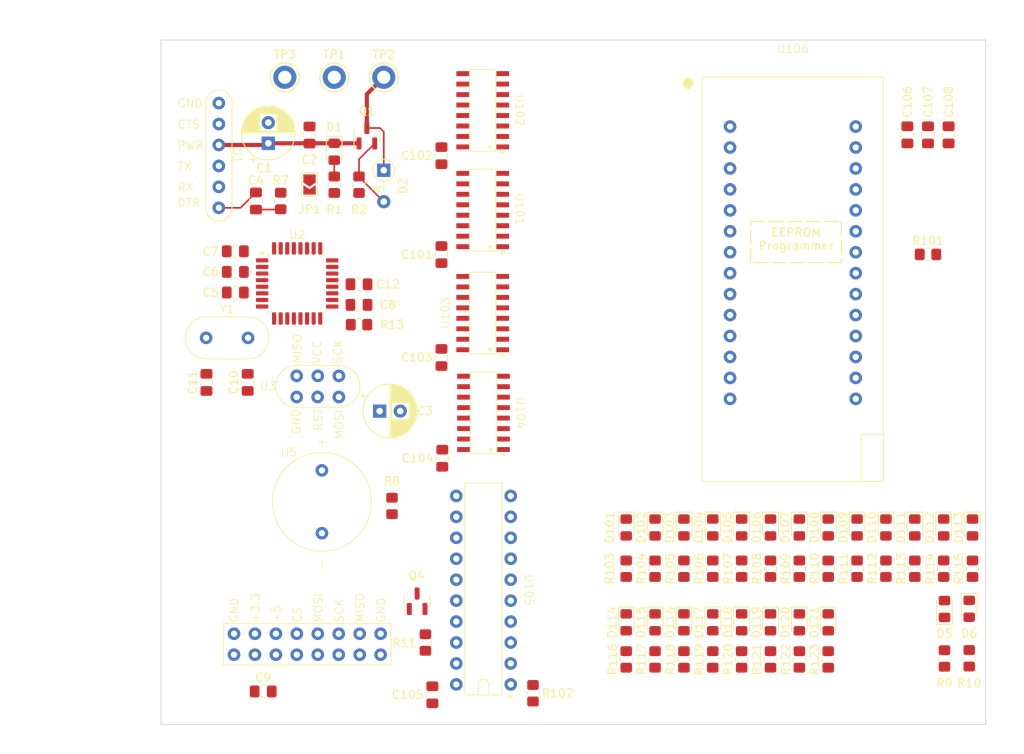
<source format=kicad_pcb>
(kicad_pcb (version 20221018) (generator pcbnew)
  (layers (0 "F.Cu" signal) (1 "In1.Cu" signal) (2 "In2.Cu" signal) (31 "B.Cu" signal) (34 "B.Paste" user) (35 "F.Paste" user) (36 "B.SilkS" user "B.Silkscreen") (37 "F.SilkS" user "F.Silkscreen") (38 "B.Mask" user) (39 "F.Mask" user) (44 "Edge.Cuts" user))
  (net 0 "")
  (net 1 "/POLARITY_PROTECTION")
  (net 2 "/DTR")
  (net 3 "/RESET")
  (net 4 "+5V")
  (net 5 "/XTAL2")
  (net 6 "/XTAL1")
  (net 7 "Net-(U2-AREF)")
  (net 8 "Net-(D1-A)")
  (net 9 "/VGS")
  (net 10 "/SELECT_GND")
  (net 11 "Net-(D5-A)")
  (net 12 "Net-(D6-A)")
  (net 13 "Net-(D101-A)")
  (net 14 "Net-(D102-A)")
  (net 15 "Net-(D103-A)")
  (net 16 "Net-(D104-A)")
  (net 17 "Net-(D105-A)")
  (net 18 "Net-(D106-A)")
  (net 19 "Net-(D107-A)")
  (net 20 "Net-(D108-A)")
  (net 21 "Net-(D109-A)")
  (net 22 "Net-(D110-A)")
  (net 23 "Net-(D111-A)")
  (net 24 "Net-(D112-A)")
  (net 25 "Net-(D113-A)")
  (net 26 "Net-(D114-A)")
  (net 27 "Net-(D115-A)")
  (net 28 "Net-(D116-A)")
  (net 29 "Net-(D117-A)")
  (net 30 "Net-(D118-A)")
  (net 31 "Net-(D119-A)")
  (net 32 "Net-(D120-A)")
  (net 33 "Net-(D121-A)")
  (net 34 "Net-(Q4-B)")
  (net 35 "Net-(U5-+)")
  (net 36 "/D13{slash}SCK")
  (net 37 "/D12{slash}MISO")
  (net 38 "/D11{slash}MOSI")
  (net 39 "/D10{slash}SELECT")
  (net 40 "/EEPROM_LOGIC/EEPROM_OE")
  (net 41 "/EEPROM_LOGIC/BUFFER_DIR")
  (net 42 "/EEPROM_LOGIC/A0")
  (net 43 "/EEPROM_LOGIC/A1")
  (net 44 "/EEPROM_LOGIC/A2")
  (net 45 "/EEPROM_LOGIC/A3")
  (net 46 "/EEPROM_LOGIC/A4")
  (net 47 "/EEPROM_LOGIC/A5")
  (net 48 "/EEPROM_LOGIC/A6")
  (net 49 "/EEPROM_LOGIC/A7")
  (net 50 "/EEPROM_LOGIC/A8")
  (net 51 "/EEPROM_LOGIC/A9")
  (net 52 "/EEPROM_LOGIC/A10")
  (net 53 "/EEPROM_LOGIC/A11")
  (net 54 "/EEPROM_LOGIC/A12")
  (net 55 "/EEPROM_LOGIC/I{slash}O0")
  (net 56 "/EEPROM_LOGIC/I{slash}O1")
  (net 57 "/EEPROM_LOGIC/I{slash}O2")
  (net 58 "/EEPROM_LOGIC/I{slash}O3")
  (net 59 "/EEPROM_LOGIC/I{slash}O4")
  (net 60 "/EEPROM_LOGIC/I{slash}O5")
  (net 61 "/EEPROM_LOGIC/I{slash}O6")
  (net 62 "/EEPROM_LOGIC/I{slash}O7")
  (net 64 "/TX-RX")
  (net 65 "/RX-TX")
  (net 67 "/D4")
  (net 68 "/D5")
  (net 69 "/D6")
  (net 70 "/D7")
  (net 71 "/D8")
  (net 72 "/D9")
  (net 75 "/D14")
  (net 76 "/D15")
  (net 77 "/D16")
  (net 78 "/D17")
  (net 79 "/D18")
  (net 80 "/D19")
  (net 82 "/EEPROM_LOGIC/BUFFER_OE")
  (net 85 "GND")
  (footprint "Capacitor_SMD:C_0805_2012Metric_Pad1.18x1.45mm_HandSolder" (layer "F.Cu") (at 64 72.12 180)
    (fp_text reference "C8")
    (fp_text value "100n")
  )
  (footprint "Jumper:SolderJumper-2_P1.3mm_Open_TrianglePad1.0x1.5mm" (layer "F.Cu") (at 58 57.52 -90)
    (fp_text reference "JP1")
    (fp_text value "Jumper")
  )
  (footprint "Resistor_SMD:R_0805_2012Metric_Pad1.20x1.40mm_HandSolder" (layer "F.Cu") (at 135 115 90)
    (fp_text reference "R9")
    (fp_text value "4k7")
  )
  (footprint "Resistor_SMD:R_0805_2012Metric_Pad1.20x1.40mm_HandSolder" (layer "F.Cu") (at 131.4 104.115 90)
    (fp_text reference "R113")
    (fp_text value "4k7")
  )
  (footprint "Capacitor_SMD:C_0805_2012Metric_Pad1.18x1.45mm_HandSolder" (layer "F.Cu") (at 49 70.62)
    (fp_text reference "C5")
    (fp_text value "4u7")
  )
  (footprint "Resistor_SMD:R_0805_2012Metric_Pad1.20x1.40mm_HandSolder" (layer "F.Cu") (at 106.9 104.115 90)
    (fp_text reference "R106")
    (fp_text value "4k7")
  )
  (footprint "Capacitor_SMD:C_0805_2012Metric_Pad1.18x1.45mm_HandSolder" (layer "F.Cu") (at 64 69.62 180)
    (fp_text reference "C12")
    (fp_text value "100n")
  )
  (footprint "TestPoint:TestPoint_Keystone_5005-5009_Compact" (layer "F.Cu") (at 55 44.52)
    (fp_text reference "TP3")
    (fp_text value "GND")
  )
  (footprint "LED_SMD:LED_0805_2012Metric_Pad1.15x1.40mm_HandSolder" (layer "F.Cu") (at 103.4 110.615 -90)
    (fp_text reference "D116")
    (fp_text value "GREEN")
  )
  (footprint "LED_SMD:LED_0805_2012Metric_Pad1.15x1.40mm_HandSolder" (layer "F.Cu") (at 99.9 99.115 -90)
    (fp_text reference "D102")
    (fp_text value "BLUE")
  )
  (footprint "LED_SMD:LED_0805_2012Metric_Pad1.15x1.40mm_HandSolder" (layer "F.Cu") (at 117.4 99.115 -90)
    (fp_text reference "D107")
    (fp_text value "BLUE")
  )
  (footprint "LED_SMD:LED_0805_2012Metric_Pad1.15x1.40mm_HandSolder" (layer "F.Cu") (at 106.9 110.615 -90)
    (fp_text reference "D117")
    (fp_text value "GREEN")
  )
  (footprint "Resistor_SMD:R_0805_2012Metric_Pad1.20x1.40mm_HandSolder" (layer "F.Cu") (at 85.0975 119.215 90)
    (fp_text reference "R102")
    (fp_text value "10k")
  )
  (footprint "LED_SMD:LED_0805_2012Metric_Pad1.15x1.40mm_HandSolder" (layer "F.Cu") (at 96.4 99.115 -90)
    (fp_text reference "D101")
    (fp_text value "BLUE")
  )
  (footprint "Resistor_SMD:R_0805_2012Metric_Pad1.20x1.40mm_HandSolder" (layer "F.Cu") (at 110.4 104.115 90)
    (fp_text reference "R107")
    (fp_text value "4k7")
  )
  (footprint "Capacitor_SMD:C_0805_2012Metric_Pad1.18x1.45mm_HandSolder" (layer "F.Cu") (at 74 54.02 -90)
    (fp_text reference "C102")
    (fp_text value "100n")
  )
  (footprint "LED_SMD:LED_0805_2012Metric_Pad1.15x1.40mm_HandSolder" (layer "F.Cu") (at 103.4 99.115 -90)
    (fp_text reference "D103")
    (fp_text value "BLUE")
  )
  (footprint "Resistor_SMD:R_0805_2012Metric_Pad1.20x1.40mm_HandSolder" (layer "F.Cu") (at 96.4 115.115 90)
    (fp_text reference "R116")
    (fp_text value "4k7")
  )
  (footprint "EEPROM_PROGRAMMER:Crystal" (layer "F.Cu") (at 48 76.12)
    (fp_text reference "Y1")
    (fp_text value "16MHz")
  )
  (footprint "LED_SMD:LED_0805_2012Metric_Pad1.15x1.40mm_HandSolder" (layer "F.Cu") (at 131.4 99.115 -90)
    (fp_text reference "D111")
    (fp_text value "BLUE")
  )
  (footprint "Capacitor_SMD:C_0805_2012Metric_Pad1.18x1.45mm_HandSolder" (layer "F.Cu") (at 74 78.5 -90)
    (fp_text reference "C103")
    (fp_text value "100n")
  )
  (footprint "Resistor_SMD:R_0805_2012Metric_Pad1.20x1.40mm_HandSolder" (layer "F.Cu") (at 110.4 115.115 90)
    (fp_text reference "R120")
    (fp_text value "4k7")
  )
  (footprint "Resistor_SMD:R_0805_2012Metric_Pad1.20x1.40mm_HandSolder" (layer "F.Cu") (at 117.4 104.115 90)
    (fp_text reference "R109")
    (fp_text value "4k7")
  )
  (footprint "Capacitor_SMD:C_0805_2012Metric_Pad1.18x1.45mm_HandSolder" (layer "F.Cu") (at 51.5 59.52 -90)
    (fp_text reference "C4")
    (fp_text value "100n")
  )
  (footprint "EEPROM_PROGRAMMER:SD_CARD_READER" (layer "F.Cu") (at 57.73 113.27)
    (fp_text reference "U4" hide)
    (fp_text value "SD_CARD_READER")
  )
  (footprint "LED_SMD:LED_0805_2012Metric_Pad1.15x1.40mm_HandSolder" (layer "F.Cu") (at 99.9 110.615 -90)
    (fp_text reference "D115")
    (fp_text value "GREEN")
  )
  (footprint "Resistor_SMD:R_0805_2012Metric_Pad1.20x1.40mm_HandSolder" (layer "F.Cu") (at 99.9 104.115 90)
    (fp_text reference "R104")
    (fp_text value "4k7")
  )
  (footprint "Capacitor_SMD:C_0805_2012Metric_Pad1.18x1.45mm_HandSolder" (layer "F.Cu") (at 133 51.5 -90)
    (fp_text reference "C107")
    (fp_text value "1u")
  )
  (footprint "LED_SMD:LED_0805_2012Metric_Pad1.15x1.40mm_HandSolder" (layer "F.Cu") (at 106.9 99.115 -90)
    (fp_text reference "D104")
    (fp_text value "BLUE")
  )
  (footprint "EEPROM_PROGRAMMER:ICSP" (layer "F.Cu") (at 59 82)
    (fp_text reference "U3")
    (fp_text value "ICSP")
  )
  (footprint "EEPROM_PROGRAMMER:4076B" (layer "F.Cu") (at 79.0975 85.215 180)
    (fp_text reference "U104")
    (fp_text value "4076B")
  )
  (footprint "EEPROM_PROGRAMMER:4076B" (layer "F.Cu") (at 79 60.615 180)
    (fp_text reference "U101")
    (fp_text value "4076B")
  )
  (footprint "Capacitor_THT:CP_Radial_D6.3mm_P2.50mm" (layer "F.Cu") (at 66.5 85)
    (fp_text reference "C3")
    (fp_text value "100u")
  )
  (footprint "Package_TO_SOT_SMD:SOT-23" (layer "F.Cu") (at 71.05 108.0625 90)
    (fp_text reference "Q4")
    (fp_text value "NPN")
  )
  (footprint "Resistor_SMD:R_0805_2012Metric_Pad1.20x1.40mm_HandSolder" (layer "F.Cu") (at 61 57.545 -90)
    (fp_text reference "R1")
    (fp_text value "4k7")
  )
  (footprint "Resistor_SMD:R_0805_2012Metric_Pad1.20x1.40mm_HandSolder" (layer "F.Cu") (at 99.9 115.115 90)
    (fp_text reference "R117")
    (fp_text value "4k7")
  )
  (footprint "TestPoint:TestPoint_Keystone_5005-5009_Compact" (layer "F.Cu") (at 61 44.52)
    (fp_text reference "TP1")
    (fp_text value "PWR")
  )
  (footprint "EEPROM_PROGRAMMER:Summer" (layer "F.Cu") (at 59.5 96 -90)
    (fp_text reference "U5")
    (fp_text value "SUM")
  )
  (footprint "Resistor_SMD:R_0805_2012Metric_Pad1.20x1.40mm_HandSolder" (layer "F.Cu") (at 68 96.5 90)
    (fp_text reference "R8")
    (fp_text value "10k")
  )
  (footprint "Package_TO_SOT_SMD:SOT-23" (layer "F.Cu") (at 64.95 51.6075 90)
    (fp_text reference "Q1")
    (fp_text value "PMOS")
  )
  (footprint "Resistor_SMD:R_0805_2012Metric_Pad1.20x1.40mm_HandSolder" (layer "F.Cu") (at 138.4 104.115 90)
    (fp_text reference "R115")
    (fp_text value "4k7")
  )
  (footprint "Resistor_SMD:R_0805_2012Metric_Pad1.20x1.40mm_HandSolder" (layer "F.Cu") (at 120.9 115.115 90)
    (fp_text reference "R123")
    (fp_text value "4k7")
  )
  (footprint "Resistor_SMD:R_0805_2012Metric_Pad1.20x1.40mm_HandSolder" (layer "F.Cu") (at 64 74.52 180)
    (fp_text reference "R13")
    (fp_text value "10k")
  )
  (footprint "LED_SMD:LED_0805_2012Metric_Pad1.15x1.40mm_HandSolder" (layer "F.Cu") (at 120.9 110.615 -90)
    (fp_text reference "D121")
    (fp_text value "GREEN")
  )
  (footprint "Capacitor_SMD:C_0805_2012Metric_Pad1.18x1.45mm_HandSolder" (layer "F.Cu") (at 58 51.52 90)
    (fp_text reference "C2")
    (fp_text value "100n")
  )
  (footprint "LED_SMD:LED_0805_2012Metric_Pad1.15x1.40mm_HandSolder" (layer "F.Cu") (at 110.4 110.615 -90)
    (fp_text reference "D118")
    (fp_text value "GREEN")
  )
  (footprint "LED_SMD:LED_0805_2012Metric_Pad1.15x1.40mm_HandSolder" (layer "F.Cu") (at 124.4 99.115 -90)
    (fp_text reference "D109")
    (fp_text value "BLUE")
  )
  (footprint "Resistor_SMD:R_0805_2012Metric_Pad1.20x1.40mm_HandSolder" (layer "F.Cu") (at 64 57.545 -90)
    (fp_text reference "R2")
    (fp_text value "4k7")
  )
  (footprint "Resistor_SMD:R_0805_2012Metric_Pad1.20x1.40mm_HandSolder" (layer "F.Cu") (at 113.9 115.115 90)
    (fp_text reference "R121")
    (fp_text value "4k7")
  )
  (footprint "Resistor_SMD:R_0805_2012Metric_Pad1.20x1.40mm_HandSolder" (layer "F.Cu") (at 124.4 104.115 90)
    (fp_text reference "R111")
    (fp_text value "4k7")
  )
  (footprint "Resistor_SMD:R_0805_2012Metric_Pad1.20x1.40mm_HandSolder" (layer "F.Cu") (at 138 114.975 -90)
    (fp_text reference "R10")
    (fp_text value "4k7")
  )
  (footprint "EEPROM_PROGRAMMER:AT28C64B-15PU" (layer "F.Cu") (at 116.6175 93.515)
    (fp_text reference "U106")
    (fp_text value "AT28C64B-15PU")
  )
  (footprint "Capacitor_SMD:C_0805_2012Metric_Pad1.18x1.45mm_HandSolder" (layer "F.Cu") (at 135.5 51.5 -90)
    (fp_text reference "C108")
    (fp_text value "100n")
  )
  (footprint "LED_SMD:LED_0805_2012Metric_Pad1.15x1.40mm_HandSolder" (layer "F.Cu") (at 61 53.545 -90)
    (fp_text reference "D1")
    (fp_text value "RED")
  )
  (footprint "LED_SMD:LED_0805_2012Metric_Pad1.15x1.40mm_HandSolder" (layer "F.Cu") (at 96.4 110.615 -90)
    (fp_text reference "D114")
    (fp_text value "GREEN")
  )
  (footprint "Resistor_SMD:R_0805_2012Metric_Pad1.20x1.40mm_HandSolder" (layer "F.Cu") (at 54.5 59.52 -90)
    (fp_text reference "R7")
    (fp_text value "10k")
  )
  (footprint "LED_SMD:LED_0805_2012Metric_Pad1.15x1.40mm_HandSolder" (layer "F.Cu") (at 117.4 110.615 -90)
    (fp_text reference "D120")
    (fp_text value "GREEN")
  )
  (footprint "Capacitor_SMD:C_0805_2012Metric_Pad1.18x1.45mm_HandSolder" (layer "F.Cu") (at 52.38 119)
    (fp_text reference "C9")
    (fp_text value "100n")
  )
  (footprint "Resistor_SMD:R_0805_2012Metric_Pad1.20x1.40mm_HandSolder" (layer "F.Cu") (at 113.9 104.115 90)
    (fp_text reference "R108")
    (fp_text value "4k7")
  )
  (footprint "Capacitor_THT:CP_Radial_D6.3mm_P2.50mm" (layer "F.Cu") (at 53 52.52 90)
    (fp_text reference "C1")
    (fp_text value "100u")
  )
  (footprint "LED_SMD:LED_0805_2012Metric_Pad1.15x1.40mm_HandSolder" (layer "F.Cu") (at 138 108.975 -90)
    (fp_text reference "D6")
    (fp_text value "WRITE")
  )
  (footprint "Resistor_SMD:R_0805_2012Metric_Pad1.20x1.40mm_HandSolder" (layer "F.Cu") (at 103.4 115.115 90)
    (fp_text reference "R118")
    (fp_text value "4k7")
  )
  (footprint "Capacitor_SMD:C_0805_2012Metric_Pad1.18x1.45mm_HandSolder" (layer "F.Cu") (at 72.8975 119.405 -90)
    (fp_text reference "C105")
    (fp_text value "100n")
  )
  (footprint "Capacitor_SMD:C_0805_2012Metric_Pad1.18x1.45mm_HandSolder" (layer "F.Cu") (at 74 66.02 -90)
    (fp_text reference "C101")
    (fp_text value "100n")
  )
  (footprint "Resistor_SMD:R_0805_2012Metric_Pad1.20x1.40mm_HandSolder" (layer "F.Cu") (at 96.4 104.115 90)
    (fp_text reference "R103")
    (fp_text value "4k7")
  )
  (footprint "Diode_THT:D_DO-35_SOD27_P3.81mm_Vertical_AnodeUp" (layer "F.Cu") (at 67 55.795686 -90)
    (fp_text reference "D2")
    (fp_text value "9V")
  )
  (footprint "Resistor_SMD:R_0805_2012Metric_Pad1.20x1.40mm_HandSolder" (layer "F.Cu") (at 133 66)
    (fp_text reference "R101")
    (fp_text value "10k")
  )
  (footprint "LED_SMD:LED_0805_2012Metric_Pad1.15x1.40mm_HandSolder" (layer "F.Cu") (at 113.9 99.115 -90)
    (fp_text reference "D106")
    (fp_text value "BLUE")
  )
  (footprint "LED_SMD:LED_0805_2012Metric_Pad1.15x1.40mm_HandSolder" (layer "F.Cu") (at 110.4 99.115 -90)
    (fp_text reference "D105")
    (fp_text value "BLUE")
  )
  (footprint "Capacitor_SMD:C_0805_2012Metric_Pad1.18x1.45mm_HandSolder" (layer "F.Cu") (at 130.5 51.5 -90)
    (fp_text reference "C106")
    (fp_text value "4u7")
  )
  (footprint "Resistor_SMD:R_0805_2012Metric_Pad1.20x1.40mm_HandSolder" (layer "F.Cu") (at 72.05 113.0625 -90)
    (fp_text reference "R11")
    (fp_text value "10k")
  )
  (footprint "LED_SMD:LED_0805_2012Metric_Pad1.15x1.40mm_HandSolder" (layer "F.Cu") (at 113.9 110.615 -90)
    (fp_text reference "D119")
    (fp_text value "GREEN")
  )
  (footprint "TestPoint:TestPoint_Keystone_5005-5009_Compact" (layer "F.Cu") (at 67 44.52)
    (fp_text reference "TP2")
    (fp_text value "5V")
  )
  (footprint "Capacitor_SMD:C_0805_2012Metric_Pad1.18x1.45mm_HandSolder" (layer "F.Cu") (at 50.5 81.52 90)
    (fp_text reference "C10")
    (fp_text value "22p")
  )
  (footprint "Resistor_SMD:R_0805_2012Metric_Pad1.20x1.40mm_HandSolder" (layer "F.Cu") (at 103.4 104.115 90)
    (fp_text reference "R105")
    (fp_text value "4k7")
  )
  (footprint "Resistor_SMD:R_0805_2012Metric_Pad1.20x1.40mm_HandSolder" (layer "F.Cu") (at 106.9 115.115 90)
    (fp_text reference "R119")
    (fp_text value "4k7")
  )
  (footprint "EEPROM_PROGRAMMER:4076B" (layer "F.Cu") (at 79 73.115 180)
    (fp_text reference "U103")
    (fp_text value "4076B")
  )
  (footprint "Capacitor_SMD:C_0805_2012Metric_Pad1.18x1.45mm_HandSolder" (layer "F.Cu") (at 49 68.12)
    (fp_text reference "C6")
    (fp_text value "100n")
  )
  (footprint "LED_SMD:LED_0805_2012Metric_Pad1.15x1.40mm_HandSolder" (layer "F.Cu") (at 120.9 99.115 -90)
    (fp_text reference "D108")
    (fp_text value "BLUE")
  )
  (footprint "EEPROM_PROGRAMMER:ATMega328P-AU" (layer "F.Cu") (at 56.5 69.52)
    (fp_text reference "U2")
    (fp_text value "ATMega328P-AU")
  )
  (footprint "Capacitor_SMD:C_0805_2012Metric_Pad1.18x1.45mm_HandSolder" (layer "F.Cu") (at 74.0975 90.715 -90)
    (fp_text reference "C104")
    (fp_text value "100n")
  )
  (footprint "Capacitor_SMD:C_0805_2012Metric_Pad1.18x1.45mm_HandSolder" (layer "F.Cu") (at 45.5 81.52 90)
    (fp_text reference "C11")
    (fp_text value "22p")
  )
  (footprint "Capacitor_SMD:C_0805_2012Metric_Pad1.18x1.45mm_HandSolder" (layer "F.Cu") (at 49 65.62)
    (fp_text reference "C7")
    (fp_text value "100n")
  )
  (footprint "Resistor_SMD:R_0805_2012Metric_Pad1.20x1.40mm_HandSolder" (layer "F.Cu") (at 127.9 104.115 90)
    (fp_text reference "R112")
    (fp_text value "4k7")
  )
  (footprint "EEPROM_PROGRAMMER:74HC245" (layer "F.Cu") (at 79.0975 106.715 180)
    (fp_text reference "U105")
    (fp_text value "74HC245")
  )
  (footprint "LED_SMD:LED_0805_2012Metric_Pad1.15x1.40mm_HandSolder" (layer "F.Cu") (at 134.9 99.115 -90)
    (fp_text reference "D112")
    (fp_text value "BLUE")
  )
  (footprint "Resistor_SMD:R_0805_2012Metric_Pad1.20x1.40mm_HandSolder" (layer "F.Cu") (at 120.9 104.115 90)
    (fp_text reference "R110")
    (fp_text value "4k7")
  )
  (footprint "Resistor_SMD:R_0805_2012Metric_Pad1.20x1.40mm_HandSolder" (layer "F.Cu") (at 134.9 104.115 90)
    (fp_text reference "R114")
    (fp_text value "4k7")
  )
  (footprint "LED_SMD:LED_0805_2012Metric_Pad1.15x1.40mm_HandSolder" (layer "F.Cu") (at 135 109 90)
    (fp_text reference "D5")
    (fp_text value "READ")
  )
  (footprint "EEPROM_PROGRAMMER:4076B" (layer "F.Cu") (at 79 48.52 180)
    (fp_text reference "U102")
    (fp_text value "4076B")
  )
  (footprint "LED_SMD:LED_0805_2012Metric_Pad1.15x1.40mm_HandSolder" (layer "F.Cu") (at 138.4 99.115 -90)
    (fp_text reference "D113")
    (fp_text value "BLUE")
  )
  (footprint "LED_SMD:LED_0805_2012Metric_Pad1.15x1.40mm_HandSolder" (layer "F.Cu") (at 127.9 99.115 -90)
    (fp_text reference "D110")
    (fp_text value "BLUE")
  )
  (footprint "EEPROM_PROGRAMMER:FT232RL" (layer "F.Cu") (at 47 54 -90)
    (fp_text reference "U1")
    (fp_text value "FT232RL")
  )
  (footprint "Resistor_SMD:R_0805_2012Metric_Pad1.20x1.40mm_HandSolder" (layer "F.Cu") (at 117.4 115.115 90)
    (fp_text reference "R122")
    (fp_text value "4k7")
  )
  (gr_line (start 40 123) (end 40 40) (stroke (width 0.1)) (layer "Edge.Cuts"))
  (gr_line (start 40 40) (end 140 40) (stroke (width 0.1)) (layer "Edge.Cuts"))
  (gr_line (start 140 40) (end 140 123) (stroke (width 0.1)) (layer "Edge.Cuts"))
  (gr_line (start 140 123) (end 40 123) (stroke (width 0.1)) (layer "Edge.Cuts"))
  (gr_text_box "EEPROM Programmer" (start 111.5 62) (end 122.5 67) (layer "F.SilkS") (effects (font (size 1 1)) (justify top)) (stroke (width 0.15) (type dash)))
  (segment (start 58.0375 52.52) (end 58 52.5575) (width 0.5) (layer "F.Cu") (net 1))
  (segment (start 63.975 52.52) (end 64 52.545) (width 0.5) (layer "F.Cu") (net 1))
  (segment (start 57.9625 52.52) (end 58 52.5575) (width 0.5) (layer "F.Cu") (net 1))
  (segment (start 61 52.52) (end 58.0375 52.52) (width 0.5) (layer "F.Cu") (net 1))
  (segment (start 53 52.52) (end 57.9625 52.52) (width 0.5) (layer "F.Cu") (net 1))
  (segment (start 61 52.52) (end 63.975 52.52) (width 0.5) (layer "F.Cu") (net 1))
  (segment (start 47 52.73) (end 52.79 52.73) (width 0.5) (layer "F.Cu") (net 1))
  (segment (start 52.79 52.73) (end 53 52.52) (width 0.5) (layer "F.Cu") (net 1))
  (segment (start 47 60.35) (end 49.6325 60.35) (width 0.2) (layer "F.Cu") (net 2))
  (segment (start 49.6325 60.35) (end 51.5 58.4825) (width 0.2) (layer "F.Cu") (net 2))
  (segment (start 54.4625 60.5575) (end 54.5 60.52) (width 0.2) (layer "F.Cu") (net 3))
  (segment (start 51.5 60.5575) (end 54.4625 60.5575) (width 0.2) (layer "F.Cu") (net 3))
  (segment (start 64.95 50.67) (end 64.95 46.57) (width 0.5) (layer "F.Cu") (net 4))
  (segment (start 67 51.135552) (end 66.534448 50.67) (width 0.2) (layer "F.Cu") (net 4))
  (segment (start 66.534448 50.67) (end 64.95 50.67) (width 0.2) (layer "F.Cu") (net 4))
  (segment (start 64.95 46.57) (end 67 44.52) (width 0.5) (layer "F.Cu") (net 4))
  (segment (start 67 55.795686) (end 67 51.135552) (width 0.2) (layer "F.Cu") (net 4))
  (segment (start 61 56.545) (end 61 54.57) (width 0.2) (layer "F.Cu") (net 8))
  (segment (start 64 54.445) (end 65.9 52.545) (width 0.2) (layer "F.Cu") (net 9))
  (segment (start 64 56.605686) (end 64 56.545) (width 0.2) (layer "F.Cu") (net 9))
  (segment (start 67 59.605686) (end 64 56.605686) (width 0.2) (layer "F.Cu") (net 9))
  (segment (start 64 56.545) (end 64 54.445) (width 0.2) (layer "F.Cu") (net 9))
)
</source>
